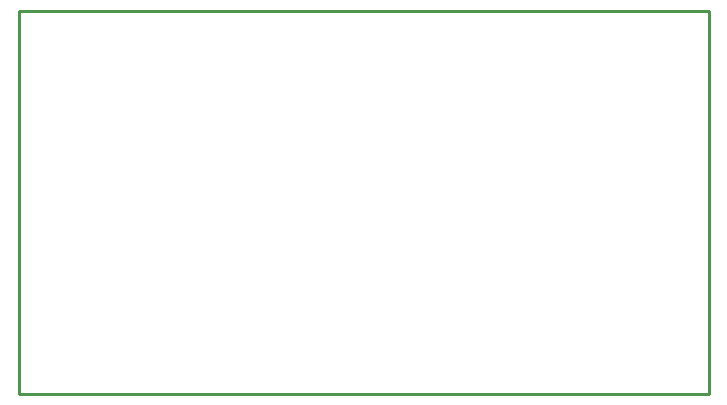
<source format=gm1>
G04*
G04 #@! TF.GenerationSoftware,Altium Limited,Altium Designer,20.0.2 (26)*
G04*
G04 Layer_Color=16711935*
%FSLAX25Y25*%
%MOIN*%
G70*
G01*
G75*
%ADD12C,0.01000*%
D12*
X220000Y440000D02*
X222500D01*
X220000Y312500D02*
Y440000D01*
Y312500D02*
X242500D01*
X450000D01*
Y375000D01*
Y440000D01*
X222500D02*
X450000D01*
M02*

</source>
